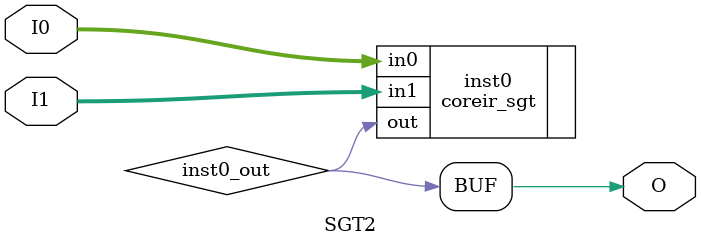
<source format=v>
module SGT2 (input [1:0] I0, input [1:0] I1, output  O);
wire  inst0_out;
coreir_sgt inst0 (.in0(I0), .in1(I1), .out(inst0_out));
assign O = inst0_out;
endmodule


</source>
